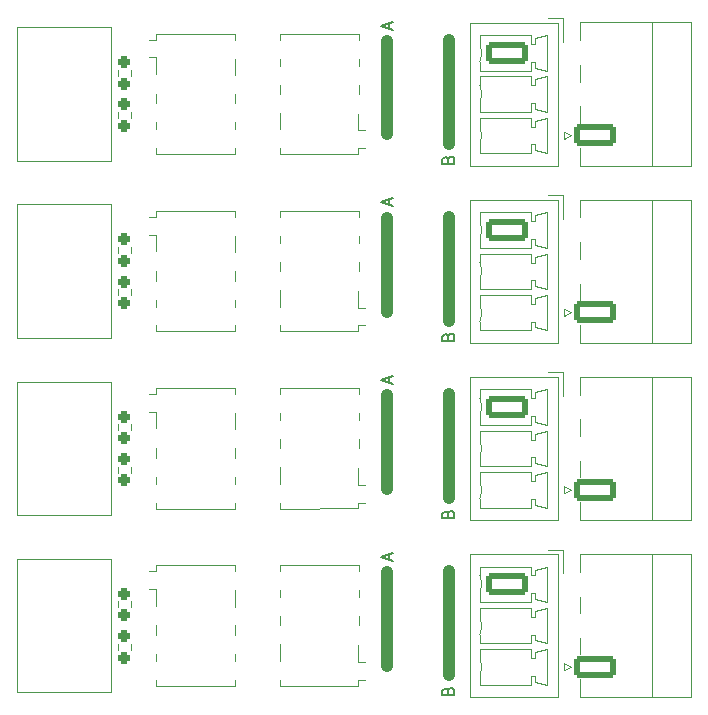
<source format=gbr>
%TF.GenerationSoftware,KiCad,Pcbnew,8.0.5*%
%TF.CreationDate,2025-06-13T10:45:04+02:00*%
%TF.ProjectId,doubleRelayExtensionSMD,646f7562-6c65-4526-956c-617945787465,rev?*%
%TF.SameCoordinates,Original*%
%TF.FileFunction,Legend,Top*%
%TF.FilePolarity,Positive*%
%FSLAX46Y46*%
G04 Gerber Fmt 4.6, Leading zero omitted, Abs format (unit mm)*
G04 Created by KiCad (PCBNEW 8.0.5) date 2025-06-13 10:45:04*
%MOMM*%
%LPD*%
G01*
G04 APERTURE LIST*
G04 Aperture macros list*
%AMRoundRect*
0 Rectangle with rounded corners*
0 $1 Rounding radius*
0 $2 $3 $4 $5 $6 $7 $8 $9 X,Y pos of 4 corners*
0 Add a 4 corners polygon primitive as box body*
4,1,4,$2,$3,$4,$5,$6,$7,$8,$9,$2,$3,0*
0 Add four circle primitives for the rounded corners*
1,1,$1+$1,$2,$3*
1,1,$1+$1,$4,$5*
1,1,$1+$1,$6,$7*
1,1,$1+$1,$8,$9*
0 Add four rect primitives between the rounded corners*
20,1,$1+$1,$2,$3,$4,$5,0*
20,1,$1+$1,$4,$5,$6,$7,0*
20,1,$1+$1,$6,$7,$8,$9,0*
20,1,$1+$1,$8,$9,$2,$3,0*%
G04 Aperture macros list end*
%ADD10C,1.000000*%
%ADD11C,0.150000*%
%ADD12C,0.120000*%
%ADD13C,0.100000*%
%ADD14C,3.200000*%
%ADD15RoundRect,0.237500X0.237500X-0.250000X0.237500X0.250000X-0.237500X0.250000X-0.237500X-0.250000X0*%
%ADD16RoundRect,0.250000X-1.550000X0.650000X-1.550000X-0.650000X1.550000X-0.650000X1.550000X0.650000X0*%
%ADD17O,3.600000X1.800000*%
%ADD18C,2.200000*%
%ADD19R,1.800000X0.800000*%
%ADD20RoundRect,0.237500X-0.237500X0.250000X-0.237500X-0.250000X0.237500X-0.250000X0.237500X0.250000X0*%
%ADD21RoundRect,0.250000X1.550000X-0.650000X1.550000X0.650000X-1.550000X0.650000X-1.550000X-0.650000X0*%
G04 APERTURE END LIST*
D10*
X133250000Y-89000000D02*
X133250000Y-96921000D01*
X133250000Y-59000000D02*
X133250000Y-66921000D01*
X138457000Y-58921000D02*
X138457000Y-67715000D01*
X138457000Y-73921000D02*
X138457000Y-82715000D01*
X133250000Y-44000000D02*
X133250000Y-51921000D01*
X133250000Y-74000000D02*
X133250000Y-81921000D01*
X138457000Y-43921000D02*
X138457000Y-52715000D01*
X138457000Y-88921000D02*
X138457000Y-97715000D01*
D11*
X138411009Y-54052887D02*
X138458628Y-53910030D01*
X138458628Y-53910030D02*
X138506247Y-53862411D01*
X138506247Y-53862411D02*
X138601485Y-53814792D01*
X138601485Y-53814792D02*
X138744342Y-53814792D01*
X138744342Y-53814792D02*
X138839580Y-53862411D01*
X138839580Y-53862411D02*
X138887200Y-53910030D01*
X138887200Y-53910030D02*
X138934819Y-54005268D01*
X138934819Y-54005268D02*
X138934819Y-54386220D01*
X138934819Y-54386220D02*
X137934819Y-54386220D01*
X137934819Y-54386220D02*
X137934819Y-54052887D01*
X137934819Y-54052887D02*
X137982438Y-53957649D01*
X137982438Y-53957649D02*
X138030057Y-53910030D01*
X138030057Y-53910030D02*
X138125295Y-53862411D01*
X138125295Y-53862411D02*
X138220533Y-53862411D01*
X138220533Y-53862411D02*
X138315771Y-53910030D01*
X138315771Y-53910030D02*
X138363390Y-53957649D01*
X138363390Y-53957649D02*
X138411009Y-54052887D01*
X138411009Y-54052887D02*
X138411009Y-54386220D01*
X133442104Y-87975839D02*
X133442104Y-87499649D01*
X133727819Y-88071077D02*
X132727819Y-87737744D01*
X132727819Y-87737744D02*
X133727819Y-87404411D01*
X133442104Y-43017839D02*
X133442104Y-42541649D01*
X133727819Y-43113077D02*
X132727819Y-42779744D01*
X132727819Y-42779744D02*
X133727819Y-42446411D01*
X133442104Y-72989839D02*
X133442104Y-72513649D01*
X133727819Y-73085077D02*
X132727819Y-72751744D01*
X132727819Y-72751744D02*
X133727819Y-72418411D01*
X138411009Y-84052887D02*
X138458628Y-83910030D01*
X138458628Y-83910030D02*
X138506247Y-83862411D01*
X138506247Y-83862411D02*
X138601485Y-83814792D01*
X138601485Y-83814792D02*
X138744342Y-83814792D01*
X138744342Y-83814792D02*
X138839580Y-83862411D01*
X138839580Y-83862411D02*
X138887200Y-83910030D01*
X138887200Y-83910030D02*
X138934819Y-84005268D01*
X138934819Y-84005268D02*
X138934819Y-84386220D01*
X138934819Y-84386220D02*
X137934819Y-84386220D01*
X137934819Y-84386220D02*
X137934819Y-84052887D01*
X137934819Y-84052887D02*
X137982438Y-83957649D01*
X137982438Y-83957649D02*
X138030057Y-83910030D01*
X138030057Y-83910030D02*
X138125295Y-83862411D01*
X138125295Y-83862411D02*
X138220533Y-83862411D01*
X138220533Y-83862411D02*
X138315771Y-83910030D01*
X138315771Y-83910030D02*
X138363390Y-83957649D01*
X138363390Y-83957649D02*
X138411009Y-84052887D01*
X138411009Y-84052887D02*
X138411009Y-84386220D01*
X138411009Y-69052887D02*
X138458628Y-68910030D01*
X138458628Y-68910030D02*
X138506247Y-68862411D01*
X138506247Y-68862411D02*
X138601485Y-68814792D01*
X138601485Y-68814792D02*
X138744342Y-68814792D01*
X138744342Y-68814792D02*
X138839580Y-68862411D01*
X138839580Y-68862411D02*
X138887200Y-68910030D01*
X138887200Y-68910030D02*
X138934819Y-69005268D01*
X138934819Y-69005268D02*
X138934819Y-69386220D01*
X138934819Y-69386220D02*
X137934819Y-69386220D01*
X137934819Y-69386220D02*
X137934819Y-69052887D01*
X137934819Y-69052887D02*
X137982438Y-68957649D01*
X137982438Y-68957649D02*
X138030057Y-68910030D01*
X138030057Y-68910030D02*
X138125295Y-68862411D01*
X138125295Y-68862411D02*
X138220533Y-68862411D01*
X138220533Y-68862411D02*
X138315771Y-68910030D01*
X138315771Y-68910030D02*
X138363390Y-68957649D01*
X138363390Y-68957649D02*
X138411009Y-69052887D01*
X138411009Y-69052887D02*
X138411009Y-69386220D01*
X138411009Y-99052887D02*
X138458628Y-98910030D01*
X138458628Y-98910030D02*
X138506247Y-98862411D01*
X138506247Y-98862411D02*
X138601485Y-98814792D01*
X138601485Y-98814792D02*
X138744342Y-98814792D01*
X138744342Y-98814792D02*
X138839580Y-98862411D01*
X138839580Y-98862411D02*
X138887200Y-98910030D01*
X138887200Y-98910030D02*
X138934819Y-99005268D01*
X138934819Y-99005268D02*
X138934819Y-99386220D01*
X138934819Y-99386220D02*
X137934819Y-99386220D01*
X137934819Y-99386220D02*
X137934819Y-99052887D01*
X137934819Y-99052887D02*
X137982438Y-98957649D01*
X137982438Y-98957649D02*
X138030057Y-98910030D01*
X138030057Y-98910030D02*
X138125295Y-98862411D01*
X138125295Y-98862411D02*
X138220533Y-98862411D01*
X138220533Y-98862411D02*
X138315771Y-98910030D01*
X138315771Y-98910030D02*
X138363390Y-98957649D01*
X138363390Y-98957649D02*
X138411009Y-99052887D01*
X138411009Y-99052887D02*
X138411009Y-99386220D01*
X133442104Y-57876839D02*
X133442104Y-57400649D01*
X133727819Y-57972077D02*
X132727819Y-57638744D01*
X132727819Y-57638744D02*
X133727819Y-57305411D01*
D12*
%TO.C,R3*%
X110475500Y-50556224D02*
X110475500Y-50046776D01*
X111520500Y-50556224D02*
X111520500Y-50046776D01*
%TO.C,J12*%
X140247500Y-87457500D02*
X140247500Y-99577500D01*
X140247500Y-99577500D02*
X147717500Y-99577500D01*
X141107500Y-88517500D02*
X145407500Y-88517500D01*
X141107500Y-89267500D02*
X141107500Y-88517500D01*
X141107500Y-91517500D02*
X141107500Y-90767500D01*
X141107500Y-92017500D02*
X145407500Y-92017500D01*
X141107500Y-92767500D02*
X141107500Y-92017500D01*
X141107500Y-95017500D02*
X141107500Y-94267500D01*
X141107500Y-95517500D02*
X145407500Y-95517500D01*
X141107500Y-96267500D02*
X141107500Y-95517500D01*
X141107500Y-98517500D02*
X141107500Y-97767500D01*
X145407500Y-88517500D02*
X145407500Y-89267500D01*
X145407500Y-89267500D02*
X145757500Y-89267500D01*
X145407500Y-90767500D02*
X145407500Y-91517500D01*
X145407500Y-91517500D02*
X141107500Y-91517500D01*
X145407500Y-92017500D02*
X145407500Y-92767500D01*
X145407500Y-92767500D02*
X145757500Y-92767500D01*
X145407500Y-94267500D02*
X145407500Y-95017500D01*
X145407500Y-95017500D02*
X141107500Y-95017500D01*
X145407500Y-95517500D02*
X145407500Y-96267500D01*
X145407500Y-96267500D02*
X145757500Y-96267500D01*
X145407500Y-97767500D02*
X145407500Y-98517500D01*
X145407500Y-98517500D02*
X141107500Y-98517500D01*
X145757500Y-88767500D02*
X146757500Y-88517500D01*
X145757500Y-89267500D02*
X145757500Y-88767500D01*
X145757500Y-90767500D02*
X145407500Y-90767500D01*
X145757500Y-91267500D02*
X145757500Y-90767500D01*
X145757500Y-92267500D02*
X146757500Y-92017500D01*
X145757500Y-92767500D02*
X145757500Y-92267500D01*
X145757500Y-94267500D02*
X145407500Y-94267500D01*
X145757500Y-94767500D02*
X145757500Y-94267500D01*
X145757500Y-95767500D02*
X146757500Y-95517500D01*
X145757500Y-96267500D02*
X145757500Y-95767500D01*
X145757500Y-97767500D02*
X145407500Y-97767500D01*
X145757500Y-98267500D02*
X145757500Y-97767500D01*
X146757500Y-88517500D02*
X146757500Y-91517500D01*
X146757500Y-91517500D02*
X145757500Y-91267500D01*
X146757500Y-92017500D02*
X146757500Y-95017500D01*
X146757500Y-95017500D02*
X145757500Y-94767500D01*
X146757500Y-95517500D02*
X146757500Y-98517500D01*
X146757500Y-98517500D02*
X145757500Y-98267500D01*
X146857500Y-87067500D02*
X148107500Y-87067500D01*
X147717500Y-87457500D02*
X140247500Y-87457500D01*
X147717500Y-99577500D02*
X147717500Y-87457500D01*
X148107500Y-87067500D02*
X148107500Y-89067500D01*
X141107500Y-89267500D02*
G75*
G02*
X141107656Y-90767147I-1700000J-750000D01*
G01*
X141107500Y-92767500D02*
G75*
G02*
X141107656Y-94267147I-1700000J-750000D01*
G01*
X141107500Y-96267500D02*
G75*
G02*
X141107656Y-97767147I-1700000J-750000D01*
G01*
D13*
%TO.C,J2*%
X101950000Y-54150000D02*
X101950000Y-42850000D01*
X109850000Y-42850000D02*
X101950000Y-42850000D01*
X109850000Y-42850000D02*
X109850000Y-54150000D01*
X109850000Y-54150000D02*
X101950000Y-54150000D01*
D12*
%TO.C,K5*%
X124140000Y-73400000D02*
X130840000Y-73400000D01*
X124140000Y-73900000D02*
X124140000Y-73400000D01*
X124140000Y-76100000D02*
X124140000Y-75500000D01*
X124140000Y-78500000D02*
X124140000Y-77700000D01*
X124140000Y-81500000D02*
X124140000Y-80100000D01*
X124140000Y-83600000D02*
X124140000Y-83100000D01*
X130800000Y-80190000D02*
X130800000Y-81590000D01*
X130800000Y-81590000D02*
X131400000Y-81590000D01*
X130800000Y-83090000D02*
X131400000Y-83090000D01*
X130800000Y-83590000D02*
X124140000Y-83600000D01*
X130800000Y-83590000D02*
X130800000Y-83090000D01*
X130840000Y-73400000D02*
X130840000Y-73900000D01*
X130840000Y-75500000D02*
X130840000Y-76100000D01*
X130840000Y-77700000D02*
X130840000Y-78500000D01*
%TO.C,R4*%
X110475500Y-46467276D02*
X110475500Y-46976724D01*
X111520500Y-46467276D02*
X111520500Y-46976724D01*
%TO.C,J9*%
X140247500Y-72457500D02*
X140247500Y-84577500D01*
X140247500Y-84577500D02*
X147717500Y-84577500D01*
X141107500Y-73517500D02*
X145407500Y-73517500D01*
X141107500Y-74267500D02*
X141107500Y-73517500D01*
X141107500Y-76517500D02*
X141107500Y-75767500D01*
X141107500Y-77017500D02*
X145407500Y-77017500D01*
X141107500Y-77767500D02*
X141107500Y-77017500D01*
X141107500Y-80017500D02*
X141107500Y-79267500D01*
X141107500Y-80517500D02*
X145407500Y-80517500D01*
X141107500Y-81267500D02*
X141107500Y-80517500D01*
X141107500Y-83517500D02*
X141107500Y-82767500D01*
X145407500Y-73517500D02*
X145407500Y-74267500D01*
X145407500Y-74267500D02*
X145757500Y-74267500D01*
X145407500Y-75767500D02*
X145407500Y-76517500D01*
X145407500Y-76517500D02*
X141107500Y-76517500D01*
X145407500Y-77017500D02*
X145407500Y-77767500D01*
X145407500Y-77767500D02*
X145757500Y-77767500D01*
X145407500Y-79267500D02*
X145407500Y-80017500D01*
X145407500Y-80017500D02*
X141107500Y-80017500D01*
X145407500Y-80517500D02*
X145407500Y-81267500D01*
X145407500Y-81267500D02*
X145757500Y-81267500D01*
X145407500Y-82767500D02*
X145407500Y-83517500D01*
X145407500Y-83517500D02*
X141107500Y-83517500D01*
X145757500Y-73767500D02*
X146757500Y-73517500D01*
X145757500Y-74267500D02*
X145757500Y-73767500D01*
X145757500Y-75767500D02*
X145407500Y-75767500D01*
X145757500Y-76267500D02*
X145757500Y-75767500D01*
X145757500Y-77267500D02*
X146757500Y-77017500D01*
X145757500Y-77767500D02*
X145757500Y-77267500D01*
X145757500Y-79267500D02*
X145407500Y-79267500D01*
X145757500Y-79767500D02*
X145757500Y-79267500D01*
X145757500Y-80767500D02*
X146757500Y-80517500D01*
X145757500Y-81267500D02*
X145757500Y-80767500D01*
X145757500Y-82767500D02*
X145407500Y-82767500D01*
X145757500Y-83267500D02*
X145757500Y-82767500D01*
X146757500Y-73517500D02*
X146757500Y-76517500D01*
X146757500Y-76517500D02*
X145757500Y-76267500D01*
X146757500Y-77017500D02*
X146757500Y-80017500D01*
X146757500Y-80017500D02*
X145757500Y-79767500D01*
X146757500Y-80517500D02*
X146757500Y-83517500D01*
X146757500Y-83517500D02*
X145757500Y-83267500D01*
X146857500Y-72067500D02*
X148107500Y-72067500D01*
X147717500Y-72457500D02*
X140247500Y-72457500D01*
X147717500Y-84577500D02*
X147717500Y-72457500D01*
X148107500Y-72067500D02*
X148107500Y-74067500D01*
X141107500Y-74267500D02*
G75*
G02*
X141107656Y-75767147I-1700000J-750000D01*
G01*
X141107500Y-77767500D02*
G75*
G02*
X141107656Y-79267147I-1700000J-750000D01*
G01*
X141107500Y-81267500D02*
G75*
G02*
X141107656Y-82767147I-1700000J-750000D01*
G01*
%TO.C,K8*%
X113660000Y-94300000D02*
X113660000Y-93500000D01*
X113660000Y-96500000D02*
X113660000Y-95900000D01*
X113660000Y-98600000D02*
X113660000Y-98100000D01*
X113700000Y-88410000D02*
X113700000Y-88910000D01*
X113700000Y-88410000D02*
X120360000Y-88400000D01*
X113700000Y-88910000D02*
X113100000Y-88910000D01*
X113700000Y-90410000D02*
X113100000Y-90410000D01*
X113700000Y-91810000D02*
X113700000Y-90410000D01*
X120360000Y-88400000D02*
X120360000Y-88900000D01*
X120360000Y-90500000D02*
X120360000Y-91900000D01*
X120360000Y-93500000D02*
X120360000Y-94300000D01*
X120360000Y-95900000D02*
X120360000Y-96500000D01*
X120360000Y-98100000D02*
X120360000Y-98600000D01*
X120360000Y-98600000D02*
X113660000Y-98600000D01*
%TO.C,K4*%
X113660000Y-49300000D02*
X113660000Y-48500000D01*
X113660000Y-51500000D02*
X113660000Y-50900000D01*
X113660000Y-53600000D02*
X113660000Y-53100000D01*
X113700000Y-43410000D02*
X113700000Y-43910000D01*
X113700000Y-43410000D02*
X120360000Y-43400000D01*
X113700000Y-43910000D02*
X113100000Y-43910000D01*
X113700000Y-45410000D02*
X113100000Y-45410000D01*
X113700000Y-46810000D02*
X113700000Y-45410000D01*
X120360000Y-43400000D02*
X120360000Y-43900000D01*
X120360000Y-45500000D02*
X120360000Y-46900000D01*
X120360000Y-48500000D02*
X120360000Y-49300000D01*
X120360000Y-50900000D02*
X120360000Y-51500000D01*
X120360000Y-53100000D02*
X120360000Y-53600000D01*
X120360000Y-53600000D02*
X113660000Y-53600000D01*
%TO.C,R2*%
X110475500Y-61467276D02*
X110475500Y-61976724D01*
X111520500Y-61467276D02*
X111520500Y-61976724D01*
%TO.C,J11*%
X148257500Y-96700000D02*
X148857500Y-97000000D01*
X148257500Y-97300000D02*
X148257500Y-96700000D01*
X148857500Y-97000000D02*
X148257500Y-97300000D01*
X149547500Y-87440000D02*
X149547500Y-88950000D01*
X149547500Y-92450000D02*
X149547500Y-91050000D01*
X149547500Y-95950000D02*
X149547500Y-94550000D01*
X149547500Y-99560000D02*
X149547500Y-98050000D01*
X149547500Y-99560000D02*
X158967500Y-99560000D01*
X155657500Y-99560000D02*
X155657500Y-87440000D01*
X158967500Y-87440000D02*
X149547500Y-87440000D01*
X158967500Y-99560000D02*
X158967500Y-87440000D01*
%TO.C,K6*%
X113660000Y-79300000D02*
X113660000Y-78500000D01*
X113660000Y-81500000D02*
X113660000Y-80900000D01*
X113660000Y-83600000D02*
X113660000Y-83100000D01*
X113700000Y-73410000D02*
X113700000Y-73910000D01*
X113700000Y-73410000D02*
X120360000Y-73400000D01*
X113700000Y-73910000D02*
X113100000Y-73910000D01*
X113700000Y-75410000D02*
X113100000Y-75410000D01*
X113700000Y-76810000D02*
X113700000Y-75410000D01*
X120360000Y-73400000D02*
X120360000Y-73900000D01*
X120360000Y-75500000D02*
X120360000Y-76900000D01*
X120360000Y-78500000D02*
X120360000Y-79300000D01*
X120360000Y-80900000D02*
X120360000Y-81500000D01*
X120360000Y-83100000D02*
X120360000Y-83600000D01*
X120360000Y-83600000D02*
X113660000Y-83600000D01*
%TO.C,R7*%
X110475500Y-95556224D02*
X110475500Y-95046776D01*
X111520500Y-95556224D02*
X111520500Y-95046776D01*
%TO.C,J3*%
X148257500Y-51700000D02*
X148857500Y-52000000D01*
X148257500Y-52300000D02*
X148257500Y-51700000D01*
X148857500Y-52000000D02*
X148257500Y-52300000D01*
X149547500Y-42440000D02*
X149547500Y-43950000D01*
X149547500Y-47450000D02*
X149547500Y-46050000D01*
X149547500Y-50950000D02*
X149547500Y-49550000D01*
X149547500Y-54560000D02*
X149547500Y-53050000D01*
X149547500Y-54560000D02*
X158967500Y-54560000D01*
X155657500Y-54560000D02*
X155657500Y-42440000D01*
X158967500Y-42440000D02*
X149547500Y-42440000D01*
X158967500Y-54560000D02*
X158967500Y-42440000D01*
D13*
%TO.C,J7*%
X101950000Y-84150000D02*
X101950000Y-72850000D01*
X109850000Y-72850000D02*
X101950000Y-72850000D01*
X109850000Y-72850000D02*
X109850000Y-84150000D01*
X109850000Y-84150000D02*
X101950000Y-84150000D01*
D12*
%TO.C,J4*%
X148257500Y-66700000D02*
X148857500Y-67000000D01*
X148257500Y-67300000D02*
X148257500Y-66700000D01*
X148857500Y-67000000D02*
X148257500Y-67300000D01*
X149547500Y-57440000D02*
X149547500Y-58950000D01*
X149547500Y-62450000D02*
X149547500Y-61050000D01*
X149547500Y-65950000D02*
X149547500Y-64550000D01*
X149547500Y-69560000D02*
X149547500Y-68050000D01*
X149547500Y-69560000D02*
X158967500Y-69560000D01*
X155657500Y-69560000D02*
X155657500Y-57440000D01*
X158967500Y-57440000D02*
X149547500Y-57440000D01*
X158967500Y-69560000D02*
X158967500Y-57440000D01*
%TO.C,K3*%
X124140000Y-43400000D02*
X130840000Y-43400000D01*
X124140000Y-43900000D02*
X124140000Y-43400000D01*
X124140000Y-46100000D02*
X124140000Y-45500000D01*
X124140000Y-48500000D02*
X124140000Y-47700000D01*
X124140000Y-51500000D02*
X124140000Y-50100000D01*
X124140000Y-53600000D02*
X124140000Y-53100000D01*
X130800000Y-50190000D02*
X130800000Y-51590000D01*
X130800000Y-51590000D02*
X131400000Y-51590000D01*
X130800000Y-53090000D02*
X131400000Y-53090000D01*
X130800000Y-53590000D02*
X124140000Y-53600000D01*
X130800000Y-53590000D02*
X130800000Y-53090000D01*
X130840000Y-43400000D02*
X130840000Y-43900000D01*
X130840000Y-45500000D02*
X130840000Y-46100000D01*
X130840000Y-47700000D02*
X130840000Y-48500000D01*
%TO.C,J8*%
X148257500Y-81700000D02*
X148857500Y-82000000D01*
X148257500Y-82300000D02*
X148257500Y-81700000D01*
X148857500Y-82000000D02*
X148257500Y-82300000D01*
X149547500Y-72440000D02*
X149547500Y-73950000D01*
X149547500Y-77450000D02*
X149547500Y-76050000D01*
X149547500Y-80950000D02*
X149547500Y-79550000D01*
X149547500Y-84560000D02*
X149547500Y-83050000D01*
X149547500Y-84560000D02*
X158967500Y-84560000D01*
X155657500Y-84560000D02*
X155657500Y-72440000D01*
X158967500Y-72440000D02*
X149547500Y-72440000D01*
X158967500Y-84560000D02*
X158967500Y-72440000D01*
%TO.C,R8*%
X110475500Y-91467276D02*
X110475500Y-91976724D01*
X111520500Y-91467276D02*
X111520500Y-91976724D01*
%TO.C,K2*%
X113660000Y-64300000D02*
X113660000Y-63500000D01*
X113660000Y-66500000D02*
X113660000Y-65900000D01*
X113660000Y-68600000D02*
X113660000Y-68100000D01*
X113700000Y-58410000D02*
X113700000Y-58910000D01*
X113700000Y-58410000D02*
X120360000Y-58400000D01*
X113700000Y-58910000D02*
X113100000Y-58910000D01*
X113700000Y-60410000D02*
X113100000Y-60410000D01*
X113700000Y-61810000D02*
X113700000Y-60410000D01*
X120360000Y-58400000D02*
X120360000Y-58900000D01*
X120360000Y-60500000D02*
X120360000Y-61900000D01*
X120360000Y-63500000D02*
X120360000Y-64300000D01*
X120360000Y-65900000D02*
X120360000Y-66500000D01*
X120360000Y-68100000D02*
X120360000Y-68600000D01*
X120360000Y-68600000D02*
X113660000Y-68600000D01*
%TO.C,R1*%
X110475500Y-65556224D02*
X110475500Y-65046776D01*
X111520500Y-65556224D02*
X111520500Y-65046776D01*
%TO.C,R5*%
X110475500Y-80556224D02*
X110475500Y-80046776D01*
X111520500Y-80556224D02*
X111520500Y-80046776D01*
D13*
%TO.C,J10*%
X101950000Y-99150000D02*
X101950000Y-87850000D01*
X109850000Y-87850000D02*
X101950000Y-87850000D01*
X109850000Y-87850000D02*
X109850000Y-99150000D01*
X109850000Y-99150000D02*
X101950000Y-99150000D01*
%TO.C,J1*%
X101950000Y-69150000D02*
X101950000Y-57850000D01*
X109850000Y-57850000D02*
X101950000Y-57850000D01*
X109850000Y-57850000D02*
X109850000Y-69150000D01*
X109850000Y-69150000D02*
X101950000Y-69150000D01*
D12*
%TO.C,K1*%
X124140000Y-58400000D02*
X130840000Y-58400000D01*
X124140000Y-58900000D02*
X124140000Y-58400000D01*
X124140000Y-61100000D02*
X124140000Y-60500000D01*
X124140000Y-63500000D02*
X124140000Y-62700000D01*
X124140000Y-66500000D02*
X124140000Y-65100000D01*
X124140000Y-68600000D02*
X124140000Y-68100000D01*
X130800000Y-65190000D02*
X130800000Y-66590000D01*
X130800000Y-66590000D02*
X131400000Y-66590000D01*
X130800000Y-68090000D02*
X131400000Y-68090000D01*
X130800000Y-68590000D02*
X124140000Y-68600000D01*
X130800000Y-68590000D02*
X130800000Y-68090000D01*
X130840000Y-58400000D02*
X130840000Y-58900000D01*
X130840000Y-60500000D02*
X130840000Y-61100000D01*
X130840000Y-62700000D02*
X130840000Y-63500000D01*
%TO.C,R6*%
X110475500Y-76467276D02*
X110475500Y-76976724D01*
X111520500Y-76467276D02*
X111520500Y-76976724D01*
%TO.C,J6*%
X140247500Y-42457500D02*
X140247500Y-54577500D01*
X140247500Y-54577500D02*
X147717500Y-54577500D01*
X141107500Y-43517500D02*
X145407500Y-43517500D01*
X141107500Y-44267500D02*
X141107500Y-43517500D01*
X141107500Y-46517500D02*
X141107500Y-45767500D01*
X141107500Y-47017500D02*
X145407500Y-47017500D01*
X141107500Y-47767500D02*
X141107500Y-47017500D01*
X141107500Y-50017500D02*
X141107500Y-49267500D01*
X141107500Y-50517500D02*
X145407500Y-50517500D01*
X141107500Y-51267500D02*
X141107500Y-50517500D01*
X141107500Y-53517500D02*
X141107500Y-52767500D01*
X145407500Y-43517500D02*
X145407500Y-44267500D01*
X145407500Y-44267500D02*
X145757500Y-44267500D01*
X145407500Y-45767500D02*
X145407500Y-46517500D01*
X145407500Y-46517500D02*
X141107500Y-46517500D01*
X145407500Y-47017500D02*
X145407500Y-47767500D01*
X145407500Y-47767500D02*
X145757500Y-47767500D01*
X145407500Y-49267500D02*
X145407500Y-50017500D01*
X145407500Y-50017500D02*
X141107500Y-50017500D01*
X145407500Y-50517500D02*
X145407500Y-51267500D01*
X145407500Y-51267500D02*
X145757500Y-51267500D01*
X145407500Y-52767500D02*
X145407500Y-53517500D01*
X145407500Y-53517500D02*
X141107500Y-53517500D01*
X145757500Y-43767500D02*
X146757500Y-43517500D01*
X145757500Y-44267500D02*
X145757500Y-43767500D01*
X145757500Y-45767500D02*
X145407500Y-45767500D01*
X145757500Y-46267500D02*
X145757500Y-45767500D01*
X145757500Y-47267500D02*
X146757500Y-47017500D01*
X145757500Y-47767500D02*
X145757500Y-47267500D01*
X145757500Y-49267500D02*
X145407500Y-49267500D01*
X145757500Y-49767500D02*
X145757500Y-49267500D01*
X145757500Y-50767500D02*
X146757500Y-50517500D01*
X145757500Y-51267500D02*
X145757500Y-50767500D01*
X145757500Y-52767500D02*
X145407500Y-52767500D01*
X145757500Y-53267500D02*
X145757500Y-52767500D01*
X146757500Y-43517500D02*
X146757500Y-46517500D01*
X146757500Y-46517500D02*
X145757500Y-46267500D01*
X146757500Y-47017500D02*
X146757500Y-50017500D01*
X146757500Y-50017500D02*
X145757500Y-49767500D01*
X146757500Y-50517500D02*
X146757500Y-53517500D01*
X146757500Y-53517500D02*
X145757500Y-53267500D01*
X146857500Y-42067500D02*
X148107500Y-42067500D01*
X147717500Y-42457500D02*
X140247500Y-42457500D01*
X147717500Y-54577500D02*
X147717500Y-42457500D01*
X148107500Y-42067500D02*
X148107500Y-44067500D01*
X141107500Y-44267500D02*
G75*
G02*
X141107656Y-45767147I-1700000J-750000D01*
G01*
X141107500Y-47767500D02*
G75*
G02*
X141107656Y-49267147I-1700000J-750000D01*
G01*
X141107500Y-51267500D02*
G75*
G02*
X141107656Y-52767147I-1700000J-750000D01*
G01*
%TO.C,J5*%
X140247500Y-57457500D02*
X140247500Y-69577500D01*
X140247500Y-69577500D02*
X147717500Y-69577500D01*
X141107500Y-58517500D02*
X145407500Y-58517500D01*
X141107500Y-59267500D02*
X141107500Y-58517500D01*
X141107500Y-61517500D02*
X141107500Y-60767500D01*
X141107500Y-62017500D02*
X145407500Y-62017500D01*
X141107500Y-62767500D02*
X141107500Y-62017500D01*
X141107500Y-65017500D02*
X141107500Y-64267500D01*
X141107500Y-65517500D02*
X145407500Y-65517500D01*
X141107500Y-66267500D02*
X141107500Y-65517500D01*
X141107500Y-68517500D02*
X141107500Y-67767500D01*
X145407500Y-58517500D02*
X145407500Y-59267500D01*
X145407500Y-59267500D02*
X145757500Y-59267500D01*
X145407500Y-60767500D02*
X145407500Y-61517500D01*
X145407500Y-61517500D02*
X141107500Y-61517500D01*
X145407500Y-62017500D02*
X145407500Y-62767500D01*
X145407500Y-62767500D02*
X145757500Y-62767500D01*
X145407500Y-64267500D02*
X145407500Y-65017500D01*
X145407500Y-65017500D02*
X141107500Y-65017500D01*
X145407500Y-65517500D02*
X145407500Y-66267500D01*
X145407500Y-66267500D02*
X145757500Y-66267500D01*
X145407500Y-67767500D02*
X145407500Y-68517500D01*
X145407500Y-68517500D02*
X141107500Y-68517500D01*
X145757500Y-58767500D02*
X146757500Y-58517500D01*
X145757500Y-59267500D02*
X145757500Y-58767500D01*
X145757500Y-60767500D02*
X145407500Y-60767500D01*
X145757500Y-61267500D02*
X145757500Y-60767500D01*
X145757500Y-62267500D02*
X146757500Y-62017500D01*
X145757500Y-62767500D02*
X145757500Y-62267500D01*
X145757500Y-64267500D02*
X145407500Y-64267500D01*
X145757500Y-64767500D02*
X145757500Y-64267500D01*
X145757500Y-65767500D02*
X146757500Y-65517500D01*
X145757500Y-66267500D02*
X145757500Y-65767500D01*
X145757500Y-67767500D02*
X145407500Y-67767500D01*
X145757500Y-68267500D02*
X145757500Y-67767500D01*
X146757500Y-58517500D02*
X146757500Y-61517500D01*
X146757500Y-61517500D02*
X145757500Y-61267500D01*
X146757500Y-62017500D02*
X146757500Y-65017500D01*
X146757500Y-65017500D02*
X145757500Y-64767500D01*
X146757500Y-65517500D02*
X146757500Y-68517500D01*
X146757500Y-68517500D02*
X145757500Y-68267500D01*
X146857500Y-57067500D02*
X148107500Y-57067500D01*
X147717500Y-57457500D02*
X140247500Y-57457500D01*
X147717500Y-69577500D02*
X147717500Y-57457500D01*
X148107500Y-57067500D02*
X148107500Y-59067500D01*
X141107500Y-59267500D02*
G75*
G02*
X141107656Y-60767147I-1700000J-750000D01*
G01*
X141107500Y-62767500D02*
G75*
G02*
X141107656Y-64267147I-1700000J-750000D01*
G01*
X141107500Y-66267500D02*
G75*
G02*
X141107656Y-67767147I-1700000J-750000D01*
G01*
%TO.C,K7*%
X124140000Y-88400000D02*
X130840000Y-88400000D01*
X124140000Y-88900000D02*
X124140000Y-88400000D01*
X124140000Y-91100000D02*
X124140000Y-90500000D01*
X124140000Y-93500000D02*
X124140000Y-92700000D01*
X124140000Y-96500000D02*
X124140000Y-95100000D01*
X124140000Y-98600000D02*
X124140000Y-98100000D01*
X130800000Y-95190000D02*
X130800000Y-96590000D01*
X130800000Y-96590000D02*
X131400000Y-96590000D01*
X130800000Y-98090000D02*
X131400000Y-98090000D01*
X130800000Y-98590000D02*
X124140000Y-98600000D01*
X130800000Y-98590000D02*
X130800000Y-98090000D01*
X130840000Y-88400000D02*
X130840000Y-88900000D01*
X130840000Y-90500000D02*
X130840000Y-91100000D01*
X130840000Y-92700000D02*
X130840000Y-93500000D01*
%TD*%
%LPC*%
D14*
%TO.C,REF\u002A\u002A*%
X136000000Y-78500000D03*
%TD*%
D15*
%TO.C,R3*%
X110998000Y-51214000D03*
X110998000Y-49389000D03*
%TD*%
D16*
%TO.C,J12*%
X143357500Y-90017500D03*
D17*
X143357500Y-93517500D03*
X143357500Y-97017500D03*
%TD*%
D18*
%TO.C,J2*%
X108000000Y-52000000D03*
X105500000Y-52000000D03*
X108000000Y-48500000D03*
X105500000Y-48500000D03*
X108000000Y-45000000D03*
X105500000Y-45000000D03*
%TD*%
D19*
%TO.C,K5*%
X131000000Y-82300000D03*
X131000000Y-79100000D03*
X131000000Y-76900000D03*
X131000000Y-74700000D03*
X124000000Y-74700000D03*
X124000000Y-76900000D03*
X124000000Y-79100000D03*
X124000000Y-82300000D03*
%TD*%
D20*
%TO.C,R4*%
X110998000Y-45809500D03*
X110998000Y-47634500D03*
%TD*%
D16*
%TO.C,J9*%
X143357500Y-75017500D03*
D17*
X143357500Y-78517500D03*
X143357500Y-82017500D03*
%TD*%
D19*
%TO.C,K8*%
X113500000Y-89700000D03*
X113500000Y-92900000D03*
X113500000Y-95100000D03*
X113500000Y-97300000D03*
X120500000Y-97300000D03*
X120500000Y-95100000D03*
X120500000Y-92900000D03*
X120500000Y-89700000D03*
%TD*%
%TO.C,K4*%
X113500000Y-44700000D03*
X113500000Y-47900000D03*
X113500000Y-50100000D03*
X113500000Y-52300000D03*
X120500000Y-52300000D03*
X120500000Y-50100000D03*
X120500000Y-47900000D03*
X120500000Y-44700000D03*
%TD*%
D20*
%TO.C,R2*%
X110998000Y-60809500D03*
X110998000Y-62634500D03*
%TD*%
D21*
%TO.C,J11*%
X150857500Y-97000000D03*
D17*
X150857500Y-93500000D03*
X150857500Y-90000000D03*
%TD*%
D19*
%TO.C,K6*%
X113500000Y-74700000D03*
X113500000Y-77900000D03*
X113500000Y-80100000D03*
X113500000Y-82300000D03*
X120500000Y-82300000D03*
X120500000Y-80100000D03*
X120500000Y-77900000D03*
X120500000Y-74700000D03*
%TD*%
D15*
%TO.C,R7*%
X110998000Y-96214000D03*
X110998000Y-94389000D03*
%TD*%
D21*
%TO.C,J3*%
X150857500Y-52000000D03*
D17*
X150857500Y-48500000D03*
X150857500Y-45000000D03*
%TD*%
D18*
%TO.C,J7*%
X108000000Y-82000000D03*
X105500000Y-82000000D03*
X108000000Y-78500000D03*
X105500000Y-78500000D03*
X108000000Y-75000000D03*
X105500000Y-75000000D03*
%TD*%
D21*
%TO.C,J4*%
X150857500Y-67000000D03*
D17*
X150857500Y-63500000D03*
X150857500Y-60000000D03*
%TD*%
D19*
%TO.C,K3*%
X131000000Y-52300000D03*
X131000000Y-49100000D03*
X131000000Y-46900000D03*
X131000000Y-44700000D03*
X124000000Y-44700000D03*
X124000000Y-46900000D03*
X124000000Y-49100000D03*
X124000000Y-52300000D03*
%TD*%
D21*
%TO.C,J8*%
X150857500Y-82000000D03*
D17*
X150857500Y-78500000D03*
X150857500Y-75000000D03*
%TD*%
D20*
%TO.C,R8*%
X110998000Y-90809500D03*
X110998000Y-92634500D03*
%TD*%
D14*
%TO.C,REF\u002A\u002A*%
X136000000Y-48500000D03*
%TD*%
D19*
%TO.C,K2*%
X113500000Y-59700000D03*
X113500000Y-62900000D03*
X113500000Y-65100000D03*
X113500000Y-67300000D03*
X120500000Y-67300000D03*
X120500000Y-65100000D03*
X120500000Y-62900000D03*
X120500000Y-59700000D03*
%TD*%
D15*
%TO.C,R1*%
X110998000Y-66214000D03*
X110998000Y-64389000D03*
%TD*%
D14*
%TO.C,REF\u002A\u002A*%
X136000000Y-93500000D03*
%TD*%
D15*
%TO.C,R5*%
X110998000Y-81214000D03*
X110998000Y-79389000D03*
%TD*%
D18*
%TO.C,J10*%
X108000000Y-97000000D03*
X105500000Y-97000000D03*
X108000000Y-93500000D03*
X105500000Y-93500000D03*
X108000000Y-90000000D03*
X105500000Y-90000000D03*
%TD*%
%TO.C,J1*%
X108000000Y-67000000D03*
X105500000Y-67000000D03*
X108000000Y-63500000D03*
X105500000Y-63500000D03*
X108000000Y-60000000D03*
X105500000Y-60000000D03*
%TD*%
D19*
%TO.C,K1*%
X131000000Y-67300000D03*
X131000000Y-64100000D03*
X131000000Y-61900000D03*
X131000000Y-59700000D03*
X124000000Y-59700000D03*
X124000000Y-61900000D03*
X124000000Y-64100000D03*
X124000000Y-67300000D03*
%TD*%
D20*
%TO.C,R6*%
X110998000Y-75809500D03*
X110998000Y-77634500D03*
%TD*%
D16*
%TO.C,J6*%
X143357500Y-45017500D03*
D17*
X143357500Y-48517500D03*
X143357500Y-52017500D03*
%TD*%
D16*
%TO.C,J5*%
X143357500Y-60017500D03*
D17*
X143357500Y-63517500D03*
X143357500Y-67017500D03*
%TD*%
D19*
%TO.C,K7*%
X131000000Y-97300000D03*
X131000000Y-94100000D03*
X131000000Y-91900000D03*
X131000000Y-89700000D03*
X124000000Y-89700000D03*
X124000000Y-91900000D03*
X124000000Y-94100000D03*
X124000000Y-97300000D03*
%TD*%
D14*
%TO.C,REF\u002A\u002A*%
X136000000Y-63500000D03*
%TD*%
%LPD*%
M02*

</source>
